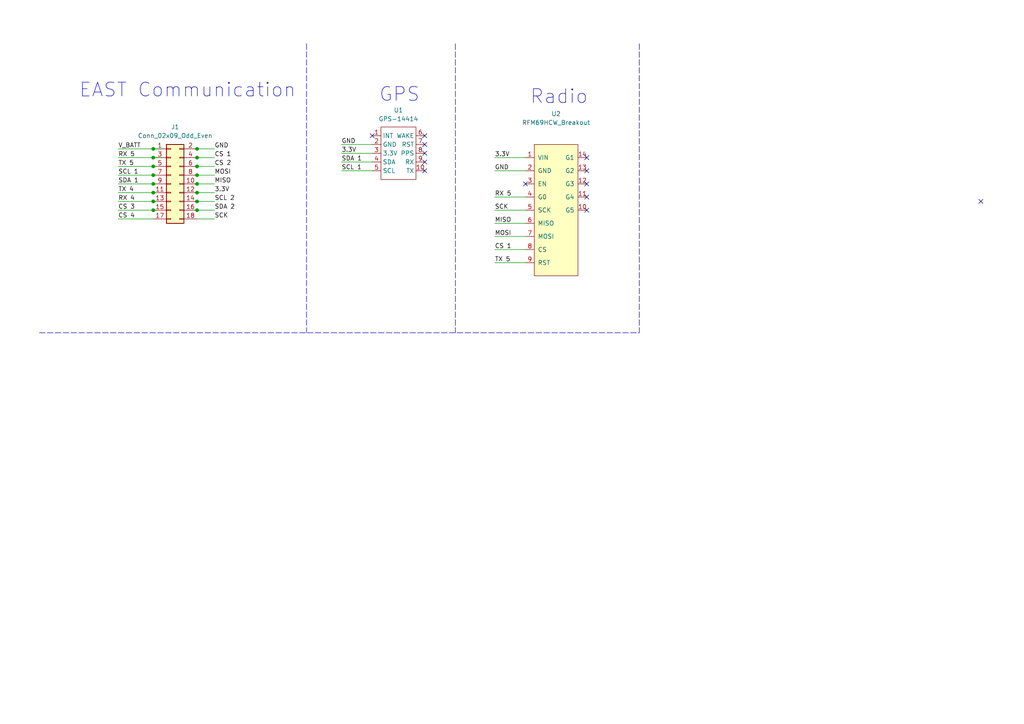
<source format=kicad_sch>
(kicad_sch (version 20211123) (generator eeschema)
  (paper "A4")
  (lib_symbols
    (symbol "Connector_Generic:Conn_02x09_Odd_Even" (pin_names (offset 1.016) hide)
      (property "Reference" "J" (at 1.27 12.7 0))
      (property "Value" "Conn_02x09_Odd_Even" (at 1.27 -12.7 0))
      (symbol "Conn_02x09_Odd_Even_1_1"
        (rectangle (start -1.27 -10.033) (end 0 -10.287) (stroke (width 0.1524)))
        (rectangle (start -1.27 -7.493) (end 0 -7.747) (stroke (width 0.1524)))
        (rectangle (start -1.27 -4.953) (end 0 -5.207) (stroke (width 0.1524)))
        (rectangle (start -1.27 -2.413) (end 0 -2.667) (stroke (width 0.1524)))
        (rectangle (start -1.27 0.127) (end 0 -0.127) (stroke (width 0.1524)))
        (rectangle (start -1.27 2.667) (end 0 2.413) (stroke (width 0.1524)))
        (rectangle (start -1.27 5.207) (end 0 4.953) (stroke (width 0.1524)))
        (rectangle (start -1.27 7.747) (end 0 7.493) (stroke (width 0.1524)))
        (rectangle (start -1.27 10.287) (end 0 10.033) (stroke (width 0.1524)))
        (rectangle (start -1.27 11.43) (end 3.81 -11.43) (stroke (width 0.254)) (fill (type background)))
        (rectangle (start 3.81 -10.033) (end 2.54 -10.287) (stroke (width 0.1524)))
        (rectangle (start 3.81 -7.493) (end 2.54 -7.747) (stroke (width 0.1524)))
        (rectangle (start 3.81 -4.953) (end 2.54 -5.207) (stroke (width 0.1524)))
        (rectangle (start 3.81 -2.413) (end 2.54 -2.667) (stroke (width 0.1524)))
        (rectangle (start 3.81 0.127) (end 2.54 -0.127) (stroke (width 0.1524)))
        (rectangle (start 3.81 2.667) (end 2.54 2.413) (stroke (width 0.1524)))
        (rectangle (start 3.81 5.207) (end 2.54 4.953) (stroke (width 0.1524)))
        (rectangle (start 3.81 7.747) (end 2.54 7.493) (stroke (width 0.1524)))
        (rectangle (start 3.81 10.287) (end 2.54 10.033) (stroke (width 0.1524)))
        (pin passive line (at -5.08 10.16 0) (length 3.81) (name "Pin_1") (number "1"))
        (pin passive line (at 7.62 0 180) (length 3.81) (name "Pin_10") (number "10"))
        (pin passive line (at -5.08 -2.54 0) (length 3.81) (name "Pin_11") (number "11"))
        (pin passive line (at 7.62 -2.54 180) (length 3.81) (name "Pin_12") (number "12"))
        (pin passive line (at -5.08 -5.08 0) (length 3.81) (name "Pin_13") (number "13"))
        (pin passive line (at 7.62 -5.08 180) (length 3.81) (name "Pin_14") (number "14"))
        (pin passive line (at -5.08 -7.62 0) (length 3.81) (name "Pin_15") (number "15"))
        (pin passive line (at 7.62 -7.62 180) (length 3.81) (name "Pin_16") (number "16"))
        (pin passive line (at -5.08 -10.16 0) (length 3.81) (name "Pin_17") (number "17"))
        (pin passive line (at 7.62 -10.16 180) (length 3.81) (name "Pin_18") (number "18"))
        (pin passive line (at 7.62 10.16 180) (length 3.81) (name "Pin_2") (number "2"))
        (pin passive line (at -5.08 7.62 0) (length 3.81) (name "Pin_3") (number "3"))
        (pin passive line (at 7.62 7.62 180) (length 3.81) (name "Pin_4") (number "4"))
        (pin passive line (at -5.08 5.08 0) (length 3.81) (name "Pin_5") (number "5"))
        (pin passive line (at 7.62 5.08 180) (length 3.81) (name "Pin_6") (number "6"))
        (pin passive line (at -5.08 2.54 0) (length 3.81) (name "Pin_7") (number "7"))
        (pin passive line (at 7.62 2.54 180) (length 3.81) (name "Pin_8") (number "8"))
        (pin passive line (at -5.08 0 0) (length 3.81) (name "Pin_9") (number "9"))
      )
    )
    (symbol "GPS-14414_1"
      (property "Reference" "U" (at 0 6.35 0))
      (property "Value" "GPS-14414_1" (at 0 8.89 0))
      (symbol "GPS-14414_1_0_1"
        (rectangle (start -5.08 3.81) (end 5.08 -11.43))
      )
      (symbol "GPS-14414_1_1_1"
        (pin output line (at -7.62 1.27 0) (length 2.54) (name "INT") (number "1"))
        (pin output line (at 7.62 -8.89 180) (length 2.54) (name "TX") (number "10"))
        (pin power_in line (at -7.62 -1.27 0) (length 2.54) (name "GND") (number "2"))
        (pin power_in line (at -7.62 -3.81 0) (length 2.54) (name "3.3V") (number "3"))
        (pin output line (at -7.62 -6.35 0) (length 2.54) (name "SDA") (number "4"))
        (pin output line (at -7.62 -8.89 0) (length 2.54) (name "SCL") (number "5"))
        (pin input line (at 7.62 1.27 180) (length 2.54) (name "WAKE") (number "6"))
        (pin input line (at 7.62 -1.27 180) (length 2.54) (name "RST") (number "7"))
        (pin output line (at 7.62 -3.81 180) (length 2.54) (name "PPS") (number "8"))
        (pin input line (at 7.62 -6.35 180) (length 2.54) (name "RX") (number "9"))
      )
    )
    (symbol "sensors:RFM69HCW_Breakout" (pin_names (offset 1.016))
      (property "Reference" "U2" (at 0 27.94 0))
      (property "Value" "RFM69HCW_Breakout" (at 0 25.4 0))
      (symbol "RFM69HCW_Breakout_0_1"
        (rectangle (start -6.35 19.05) (end 6.35 -19.05) (fill (type background)))
      )
      (symbol "RFM69HCW_Breakout_1_1"
        (pin power_in line (at -8.89 15.24 0) (length 2.54) (name "VIN") (number "1"))
        (pin bidirectional line (at 8.89 0 180) (length 2.54) (name "G5") (number "10"))
        (pin bidirectional line (at 8.89 3.81 180) (length 2.54) (name "G4") (number "11"))
        (pin bidirectional line (at 8.89 7.62 180) (length 2.54) (name "G3") (number "12"))
        (pin bidirectional line (at 8.89 11.43 180) (length 2.54) (name "G2") (number "13"))
        (pin bidirectional line (at 8.89 15.24 180) (length 2.54) (name "G1") (number "14"))
        (pin power_in line (at -8.89 11.43 0) (length 2.54) (name "GND") (number "2"))
        (pin input line (at -8.89 7.62 0) (length 2.54) (name "EN") (number "3"))
        (pin output line (at -8.89 3.81 0) (length 2.54) (name "G0") (number "4"))
        (pin input line (at -8.89 0 0) (length 2.54) (name "SCK") (number "5"))
        (pin output line (at -8.89 -3.81 0) (length 2.54) (name "MISO") (number "6"))
        (pin input line (at -8.89 -7.62 0) (length 2.54) (name "MOSI") (number "7"))
        (pin input line (at -8.89 -11.43 0) (length 2.54) (name "CS") (number "8"))
        (pin input line (at -8.89 -15.24 0) (length 2.54) (name "RST") (number "9"))
      )
    )
  )
  (junction (at 44.45 58.42))
  (junction (at 44.45 48.26))
  (junction (at 57.15 60.96))
  (junction (at 57.15 58.42))
  (junction (at 57.15 45.72))
  (junction (at 57.15 53.34))
  (junction (at 44.45 43.18))
  (junction (at 44.45 53.34))
  (junction (at 44.45 55.88))
  (junction (at 57.15 50.8))
  (junction (at 57.15 48.26))
  (junction (at 44.45 60.96))
  (junction (at 57.15 43.18))
  (junction (at 57.15 55.88))
  (junction (at 44.45 50.8))
  (junction (at 44.45 45.72))
  (no_connect (at 123.19 39.37))
  (no_connect (at 123.19 41.91))
  (no_connect (at 123.19 44.45))
  (no_connect (at 123.19 46.99))
  (no_connect (at 123.19 49.53))
  (no_connect (at 284.48 58.42))
  (no_connect (at 107.95 39.37))
  (no_connect (at 170.18 45.72))
  (no_connect (at 152.4 53.34))
  (no_connect (at 170.18 60.96))
  (no_connect (at 170.18 57.15))
  (no_connect (at 170.18 53.34))
  (no_connect (at 170.18 49.53))
  (wire (pts (xy 57.15 50.8) (xy 62.23 50.8)))
  (wire (pts (xy 44.45 58.42) (xy 45.085 58.42)))
  (wire (pts (xy 34.29 45.72) (xy 44.45 45.72)))
  (wire (pts (xy 34.29 55.88) (xy 44.45 55.88)))
  (wire (pts (xy 56.515 60.96) (xy 57.15 60.96)))
  (wire (pts (xy 56.515 48.26) (xy 57.15 48.26)))
  (wire (pts (xy 44.45 60.96) (xy 45.085 60.96)))
  (wire (pts (xy 44.45 55.88) (xy 45.085 55.88)))
  (wire (pts (xy 34.29 50.8) (xy 44.45 50.8)))
  (wire (pts (xy 57.15 55.88) (xy 62.23 55.88)))
  (wire (pts (xy 56.515 45.72) (xy 57.15 45.72)))
  (wire (pts (xy 57.15 48.26) (xy 62.23 48.26)))
  (wire (pts (xy 57.15 45.72) (xy 62.23 45.72)))
  (wire (pts (xy 143.51 45.72) (xy 152.4 45.72)))
  (wire (pts (xy 34.29 48.26) (xy 44.45 48.26)))
  (wire (pts (xy 99.06 44.45) (xy 107.95 44.45)))
  (wire (pts (xy 57.15 58.42) (xy 62.23 58.42)))
  (wire (pts (xy 99.06 41.91) (xy 107.95 41.91)))
  (wire (pts (xy 44.45 53.34) (xy 45.085 53.34)))
  (wire (pts (xy 99.06 49.53) (xy 107.95 49.53)))
  (wire (pts (xy 34.29 43.18) (xy 44.45 43.18)))
  (wire (pts (xy 44.45 50.8) (xy 45.085 50.8)))
  (wire (pts (xy 34.29 58.42) (xy 44.45 58.42)))
  (wire (pts (xy 44.45 48.26) (xy 45.085 48.26)))
  (wire (pts (xy 56.515 55.88) (xy 57.15 55.88)))
  (wire (pts (xy 143.51 49.53) (xy 152.4 49.53)))
  (wire (pts (xy 143.51 72.39) (xy 152.4 72.39)))
  (polyline (pts (xy 185.42 12.7) (xy 185.42 96.52)))
  (wire (pts (xy 143.51 76.2) (xy 152.4 76.2)))
  (wire (pts (xy 34.29 53.34) (xy 44.45 53.34)))
  (polyline (pts (xy 132.08 12.7) (xy 132.08 96.52)))
  (wire (pts (xy 56.515 50.8) (xy 57.15 50.8)))
  (wire (pts (xy 57.15 63.5) (xy 62.23 63.5)))
  (wire (pts (xy 34.29 63.5) (xy 44.45 63.5)))
  (wire (pts (xy 143.51 57.15) (xy 152.4 57.15)))
  (wire (pts (xy 34.29 60.96) (xy 44.45 60.96)))
  (wire (pts (xy 56.515 43.18) (xy 57.15 43.18)))
  (polyline (pts (xy 88.9 12.7) (xy 88.9 96.52)))
  (wire (pts (xy 57.15 60.96) (xy 62.23 60.96)))
  (wire (pts (xy 143.51 64.77) (xy 152.4 64.77)))
  (wire (pts (xy 57.15 53.34) (xy 62.23 53.34)))
  (wire (pts (xy 56.515 58.42) (xy 57.15 58.42)))
  (wire (pts (xy 44.45 43.18) (xy 46.99 43.18)))
  (wire (pts (xy 44.45 45.72) (xy 46.99 45.72)))
  (wire (pts (xy 56.515 53.34) (xy 57.15 53.34)))
  (wire (pts (xy 99.06 46.99) (xy 107.95 46.99)))
  (wire (pts (xy 57.15 43.18) (xy 62.23 43.18)))
  (wire (pts (xy 143.51 60.96) (xy 152.4 60.96)))
  (polyline (pts (xy 11.43 96.52) (xy 185.42 96.52)))
  (wire (pts (xy 143.51 68.58) (xy 152.4 68.58)))
  (text "EAST Communication" (at 22.86 28.575 0) (effects (font (size 4 4)) (justify left bottom)))
  (text "Radio" (at 153.67 30.48 0) (effects (font (size 4 4)) (justify left bottom)))
  (text "GPS" (at 109.855 29.845 0) (effects (font (size 4 4)) (justify left bottom)))
  (label "CS 2" (at 62.23 48.26 0))
  (label "MISO" (at 62.23 53.34 0))
  (label "CS 3" (at 34.29 60.96 0))
  (label "TX 5" (at 34.29 48.26 0))
  (label "MOSI" (at 143.51 68.58 0))
  (label "3.3V" (at 99.06 44.45 0))
  (label "MISO" (at 143.51 64.77 0))
  (label "GND" (at 62.23 43.18 0))
  (label "GND" (at 99.06 41.91 0))
  (label "TX 5" (at 143.51 76.2 0))
  (label "SDA 1" (at 99.06 46.99 0))
  (label "SCL 2" (at 62.23 58.42 0))
  (label "SCL 1" (at 99.06 49.53 0))
  (label "TX 4" (at 34.29 55.88 0))
  (label "RX 5" (at 143.51 57.15 0))
  (label "3.3V" (at 62.23 55.88 0))
  (label "CS 1" (at 62.23 45.72 0))
  (label "CS 1" (at 143.51 72.39 0))
  (label "SCK" (at 62.23 63.5 0))
  (label "SCL 1" (at 34.29 50.8 0))
  (label "MOSI" (at 62.23 50.8 0))
  (label "SCK" (at 143.51 60.96 0))
  (label "RX 4" (at 34.29 58.42 0))
  (label "3.3V" (at 143.51 45.72 0))
  (label "SDA 1" (at 34.29 53.34 0))
  (label "SDA 2" (at 62.23 60.96 0))
  (label "CS 4" (at 34.29 63.5 0))
  (label "GND" (at 143.51 49.53 0))
  (label "RX 5" (at 34.29 45.72 0))
  (label "V_BATT" (at 34.29 43.18 0))
  (symbol (lib_id "Connector_Generic:Conn_02x09_Odd_Even") (at 49.53 53.34 0) (unit 1)
    (property "Reference" "J1" (at 50.8 36.83 0))
    (property "Value" "Conn_02x09_Odd_Even" (at 50.8 39.37 0))
    (property "Footprint" "Connector_PinHeader_2.54mm:PinHeader_2x09_P2.54mm_Vertical" (effects hide))
  )
  (symbol (lib_name "GPS-14414_1") (lib_id "GPS:GPS-14414") (at 115.57 40.64 0) (unit 1)
    (property "Reference" "U1" (at 115.57 31.956 0))
    (property "Value" "GPS-14414" (at 115.57 34.496 0))
    (property "Footprint" "GPS_layout:GPS-14414" (effects hide))
  )
  (symbol (lib_id "sensors:RFM69HCW_Breakout") (at 161.29 60.96 0) (unit 1)
    (property "Reference" "U2" (at 161.29 33.02 0))
    (property "Value" "RFM69HCW_Breakout" (at 161.29 35.56 0))
    (property "Footprint" "Sensors:RFM69HCW_Breakout" (effects hide))
  )
)
</source>
